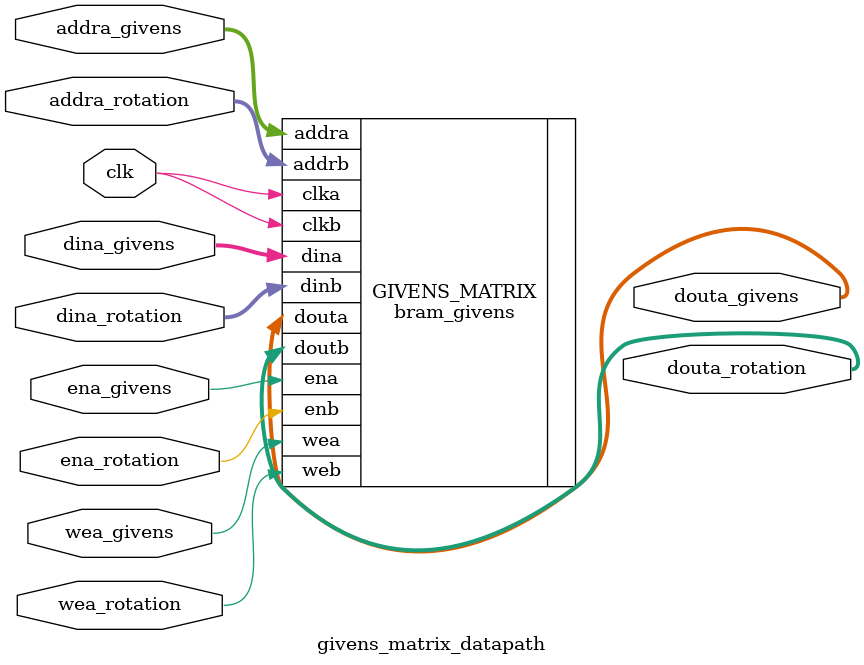
<source format=sv>
`timescale 1ns / 1ps

/*
  Module: givens_matrix_datapath

  Description:
  This module represents the datapath for a Givens matrix, utilizing a block RAM (BRAM) to store
  and retrieve matrix data. It interfaces with the BRAM through control signals for clock, enable,
  write enable, address, and data input/output.

  Ports:
  - clk: Clock signal for synchronizing operations.
  - ena_givens: Enable signal for activating the BRAM.
  - wea_givens: Write enable signal for writing data to the BRAM.
  - addra_givens: Address input for selecting the BRAM location.
  - dina_givens: Data input for writing to the BRAM.
  - douta_givens: Data output for reading from the BRAM.
*/

/*

------------------------------------ INBUILT VIVADO IP------------------------------------ 

This is a design implemented using Vivado's inbuilt IP Catalog. It is configured to the below parameters
1) Interface Type - Native
2) Memory Type - Single Port RAM
3) ECC Type - No ECC
4) Generate Memory Address of 32 bits - No
5) Port A Write Width - 32 bits
6) Port A Read Width - 32 bits
7) Port A Write Depth - 4 bits
8) Port A Read Depth - 4 bits
9) Port B Write Width - 32 bits
10) Port B Read Width - 32 bits
11) Port B Write Depth - 4 bits
12) Port B Read Depth - 4 bits
13) Init COE file loaded - Initialisation of memory at ip.coe
14) Vivado's expected latency = 2 clock cycles

--------------------------------------------------------------------------------------------

*/

module givens_matrix_datapath(
        input logic clk,
        input logic ena_givens,
        input logic wea_givens,
        input logic [1 : 0] addra_givens,
        input logic [31 : 0] dina_givens,
        output logic [31 : 0] douta_givens,
        input logic ena_rotation,
        input logic wea_rotation,
        input logic [1 : 0] addra_rotation,
        input logic [31 : 0] dina_rotation,
        output logic [31 : 0] douta_rotation
    );
    
    // Instantiate the BRAM of the Givens matrix
    
    bram_givens GIVENS_MATRIX (
      .clka(clk),    // input wire clka
      .ena(ena_givens),      // input wire ena
      .wea(wea_givens),      // input wire [0 : 0] wea
      .addra(addra_givens),  // input wire [1 : 0] addra
      .dina(dina_givens),    // input wire [31 : 0] dina
      .douta(douta_givens),  // output wire [31 : 0] douta
      .clkb(clk),    // input wire clkb
      .enb(ena_rotation),      // input wire enb
      .web(wea_rotation),      // input wire [0 : 0] web
      .addrb(addra_rotation),  // input wire [1 : 0] addrb
      .dinb(dina_rotation),    // input wire [31 : 0] dinb
      .doutb(douta_rotation)  // output wire [31 : 0] doutb
    );
    

endmodule



</source>
